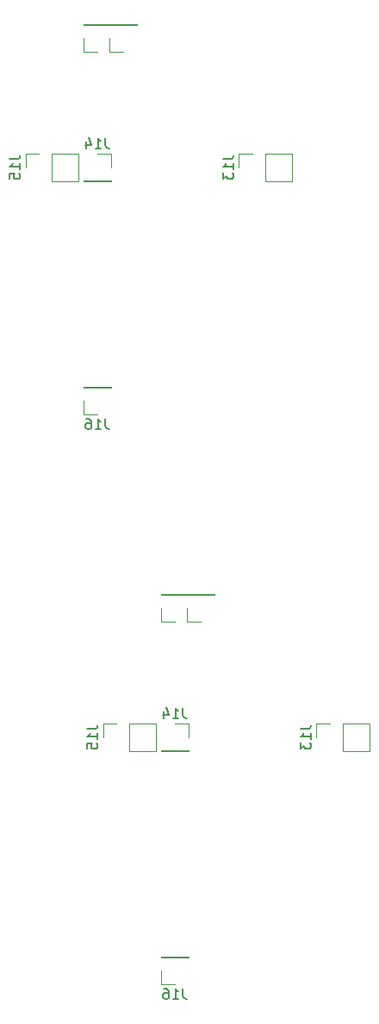
<source format=gbr>
G04 #@! TF.GenerationSoftware,KiCad,Pcbnew,5.0.1*
G04 #@! TF.CreationDate,2018-10-26T18:06:02+02:00*
G04 #@! TF.ProjectId,combine,636F6D62696E652E6B696361645F7063,rev?*
G04 #@! TF.SameCoordinates,Original*
G04 #@! TF.FileFunction,Legend,Bot*
G04 #@! TF.FilePolarity,Positive*
%FSLAX46Y46*%
G04 Gerber Fmt 4.6, Leading zero omitted, Abs format (unit mm)*
G04 Created by KiCad (PCBNEW 5.0.1) date Fri 26 Oct 2018 06:06:02 PM CEST*
%MOMM*%
%LPD*%
G01*
G04 APERTURE LIST*
%ADD10C,0.120000*%
%ADD11C,0.150000*%
G04 APERTURE END LIST*
D10*
G04 #@! TO.C,J18*
X54550000Y-52130000D02*
X55880000Y-52130000D01*
X54550000Y-50800000D02*
X54550000Y-52130000D01*
X54550000Y-49530000D02*
X57210000Y-49530000D01*
X57210000Y-49530000D02*
X57210000Y-49470000D01*
X54550000Y-49530000D02*
X54550000Y-49470000D01*
X54550000Y-49470000D02*
X57210000Y-49470000D01*
G04 #@! TO.C,J17*
X52010000Y-49470000D02*
X54670000Y-49470000D01*
X52010000Y-49530000D02*
X52010000Y-49470000D01*
X54670000Y-49530000D02*
X54670000Y-49470000D01*
X52010000Y-49530000D02*
X54670000Y-49530000D01*
X52010000Y-50800000D02*
X52010000Y-52130000D01*
X52010000Y-52130000D02*
X53340000Y-52130000D01*
G04 #@! TO.C,J16*
X52010000Y-87690000D02*
X53340000Y-87690000D01*
X52010000Y-86360000D02*
X52010000Y-87690000D01*
X52010000Y-85090000D02*
X54670000Y-85090000D01*
X54670000Y-85090000D02*
X54670000Y-85030000D01*
X52010000Y-85090000D02*
X52010000Y-85030000D01*
X52010000Y-85030000D02*
X54670000Y-85030000D01*
G04 #@! TO.C,J14*
X54670000Y-64830000D02*
X52010000Y-64830000D01*
X54670000Y-64770000D02*
X54670000Y-64830000D01*
X52010000Y-64770000D02*
X52010000Y-64830000D01*
X54670000Y-64770000D02*
X52010000Y-64770000D01*
X54670000Y-63500000D02*
X54670000Y-62170000D01*
X54670000Y-62170000D02*
X53340000Y-62170000D01*
G04 #@! TO.C,J15*
X46295000Y-62170000D02*
X46295000Y-63500000D01*
X47625000Y-62170000D02*
X46295000Y-62170000D01*
X48895000Y-62170000D02*
X48895000Y-64830000D01*
X48895000Y-64830000D02*
X51495000Y-64830000D01*
X48895000Y-62170000D02*
X51495000Y-62170000D01*
X51495000Y-62170000D02*
X51495000Y-64830000D01*
G04 #@! TO.C,J13*
X72450000Y-62170000D02*
X72450000Y-64830000D01*
X69850000Y-62170000D02*
X72450000Y-62170000D01*
X69850000Y-64830000D02*
X72450000Y-64830000D01*
X69850000Y-62170000D02*
X69850000Y-64830000D01*
X68580000Y-62170000D02*
X67250000Y-62170000D01*
X67250000Y-62170000D02*
X67250000Y-63500000D01*
G04 #@! TO.C,J18*
X62170000Y-108010000D02*
X63500000Y-108010000D01*
X62170000Y-106680000D02*
X62170000Y-108010000D01*
X62170000Y-105410000D02*
X64830000Y-105410000D01*
X64830000Y-105410000D02*
X64830000Y-105350000D01*
X62170000Y-105410000D02*
X62170000Y-105350000D01*
X62170000Y-105350000D02*
X64830000Y-105350000D01*
G04 #@! TO.C,J17*
X59630000Y-105350000D02*
X62290000Y-105350000D01*
X59630000Y-105410000D02*
X59630000Y-105350000D01*
X62290000Y-105410000D02*
X62290000Y-105350000D01*
X59630000Y-105410000D02*
X62290000Y-105410000D01*
X59630000Y-106680000D02*
X59630000Y-108010000D01*
X59630000Y-108010000D02*
X60960000Y-108010000D01*
G04 #@! TO.C,J16*
X59630000Y-143570000D02*
X60960000Y-143570000D01*
X59630000Y-142240000D02*
X59630000Y-143570000D01*
X59630000Y-140970000D02*
X62290000Y-140970000D01*
X62290000Y-140970000D02*
X62290000Y-140910000D01*
X59630000Y-140970000D02*
X59630000Y-140910000D01*
X59630000Y-140910000D02*
X62290000Y-140910000D01*
G04 #@! TO.C,J14*
X62290000Y-120710000D02*
X59630000Y-120710000D01*
X62290000Y-120650000D02*
X62290000Y-120710000D01*
X59630000Y-120650000D02*
X59630000Y-120710000D01*
X62290000Y-120650000D02*
X59630000Y-120650000D01*
X62290000Y-119380000D02*
X62290000Y-118050000D01*
X62290000Y-118050000D02*
X60960000Y-118050000D01*
G04 #@! TO.C,J15*
X53915000Y-118050000D02*
X53915000Y-119380000D01*
X55245000Y-118050000D02*
X53915000Y-118050000D01*
X56515000Y-118050000D02*
X56515000Y-120710000D01*
X56515000Y-120710000D02*
X59115000Y-120710000D01*
X56515000Y-118050000D02*
X59115000Y-118050000D01*
X59115000Y-118050000D02*
X59115000Y-120710000D01*
G04 #@! TO.C,J13*
X80070000Y-118050000D02*
X80070000Y-120710000D01*
X77470000Y-118050000D02*
X80070000Y-118050000D01*
X77470000Y-120710000D02*
X80070000Y-120710000D01*
X77470000Y-118050000D02*
X77470000Y-120710000D01*
X76200000Y-118050000D02*
X74870000Y-118050000D01*
X74870000Y-118050000D02*
X74870000Y-119380000D01*
G04 #@! TO.C,J16*
D11*
X54149523Y-88142380D02*
X54149523Y-88856666D01*
X54197142Y-88999523D01*
X54292380Y-89094761D01*
X54435238Y-89142380D01*
X54530476Y-89142380D01*
X53149523Y-89142380D02*
X53720952Y-89142380D01*
X53435238Y-89142380D02*
X53435238Y-88142380D01*
X53530476Y-88285238D01*
X53625714Y-88380476D01*
X53720952Y-88428095D01*
X52292380Y-88142380D02*
X52482857Y-88142380D01*
X52578095Y-88190000D01*
X52625714Y-88237619D01*
X52720952Y-88380476D01*
X52768571Y-88570952D01*
X52768571Y-88951904D01*
X52720952Y-89047142D01*
X52673333Y-89094761D01*
X52578095Y-89142380D01*
X52387619Y-89142380D01*
X52292380Y-89094761D01*
X52244761Y-89047142D01*
X52197142Y-88951904D01*
X52197142Y-88713809D01*
X52244761Y-88618571D01*
X52292380Y-88570952D01*
X52387619Y-88523333D01*
X52578095Y-88523333D01*
X52673333Y-88570952D01*
X52720952Y-88618571D01*
X52768571Y-88713809D01*
G04 #@! TO.C,J14*
X54149523Y-60622380D02*
X54149523Y-61336666D01*
X54197142Y-61479523D01*
X54292380Y-61574761D01*
X54435238Y-61622380D01*
X54530476Y-61622380D01*
X53149523Y-61622380D02*
X53720952Y-61622380D01*
X53435238Y-61622380D02*
X53435238Y-60622380D01*
X53530476Y-60765238D01*
X53625714Y-60860476D01*
X53720952Y-60908095D01*
X52292380Y-60955714D02*
X52292380Y-61622380D01*
X52530476Y-60574761D02*
X52768571Y-61289047D01*
X52149523Y-61289047D01*
G04 #@! TO.C,J15*
X44747380Y-62690476D02*
X45461666Y-62690476D01*
X45604523Y-62642857D01*
X45699761Y-62547619D01*
X45747380Y-62404761D01*
X45747380Y-62309523D01*
X45747380Y-63690476D02*
X45747380Y-63119047D01*
X45747380Y-63404761D02*
X44747380Y-63404761D01*
X44890238Y-63309523D01*
X44985476Y-63214285D01*
X45033095Y-63119047D01*
X44747380Y-64595238D02*
X44747380Y-64119047D01*
X45223571Y-64071428D01*
X45175952Y-64119047D01*
X45128333Y-64214285D01*
X45128333Y-64452380D01*
X45175952Y-64547619D01*
X45223571Y-64595238D01*
X45318809Y-64642857D01*
X45556904Y-64642857D01*
X45652142Y-64595238D01*
X45699761Y-64547619D01*
X45747380Y-64452380D01*
X45747380Y-64214285D01*
X45699761Y-64119047D01*
X45652142Y-64071428D01*
G04 #@! TO.C,J13*
X65702380Y-62690476D02*
X66416666Y-62690476D01*
X66559523Y-62642857D01*
X66654761Y-62547619D01*
X66702380Y-62404761D01*
X66702380Y-62309523D01*
X66702380Y-63690476D02*
X66702380Y-63119047D01*
X66702380Y-63404761D02*
X65702380Y-63404761D01*
X65845238Y-63309523D01*
X65940476Y-63214285D01*
X65988095Y-63119047D01*
X65702380Y-64023809D02*
X65702380Y-64642857D01*
X66083333Y-64309523D01*
X66083333Y-64452380D01*
X66130952Y-64547619D01*
X66178571Y-64595238D01*
X66273809Y-64642857D01*
X66511904Y-64642857D01*
X66607142Y-64595238D01*
X66654761Y-64547619D01*
X66702380Y-64452380D01*
X66702380Y-64166666D01*
X66654761Y-64071428D01*
X66607142Y-64023809D01*
G04 #@! TO.C,J16*
X61769523Y-144022380D02*
X61769523Y-144736666D01*
X61817142Y-144879523D01*
X61912380Y-144974761D01*
X62055238Y-145022380D01*
X62150476Y-145022380D01*
X60769523Y-145022380D02*
X61340952Y-145022380D01*
X61055238Y-145022380D02*
X61055238Y-144022380D01*
X61150476Y-144165238D01*
X61245714Y-144260476D01*
X61340952Y-144308095D01*
X59912380Y-144022380D02*
X60102857Y-144022380D01*
X60198095Y-144070000D01*
X60245714Y-144117619D01*
X60340952Y-144260476D01*
X60388571Y-144450952D01*
X60388571Y-144831904D01*
X60340952Y-144927142D01*
X60293333Y-144974761D01*
X60198095Y-145022380D01*
X60007619Y-145022380D01*
X59912380Y-144974761D01*
X59864761Y-144927142D01*
X59817142Y-144831904D01*
X59817142Y-144593809D01*
X59864761Y-144498571D01*
X59912380Y-144450952D01*
X60007619Y-144403333D01*
X60198095Y-144403333D01*
X60293333Y-144450952D01*
X60340952Y-144498571D01*
X60388571Y-144593809D01*
G04 #@! TO.C,J14*
X61769523Y-116502380D02*
X61769523Y-117216666D01*
X61817142Y-117359523D01*
X61912380Y-117454761D01*
X62055238Y-117502380D01*
X62150476Y-117502380D01*
X60769523Y-117502380D02*
X61340952Y-117502380D01*
X61055238Y-117502380D02*
X61055238Y-116502380D01*
X61150476Y-116645238D01*
X61245714Y-116740476D01*
X61340952Y-116788095D01*
X59912380Y-116835714D02*
X59912380Y-117502380D01*
X60150476Y-116454761D02*
X60388571Y-117169047D01*
X59769523Y-117169047D01*
G04 #@! TO.C,J15*
X52367380Y-118570476D02*
X53081666Y-118570476D01*
X53224523Y-118522857D01*
X53319761Y-118427619D01*
X53367380Y-118284761D01*
X53367380Y-118189523D01*
X53367380Y-119570476D02*
X53367380Y-118999047D01*
X53367380Y-119284761D02*
X52367380Y-119284761D01*
X52510238Y-119189523D01*
X52605476Y-119094285D01*
X52653095Y-118999047D01*
X52367380Y-120475238D02*
X52367380Y-119999047D01*
X52843571Y-119951428D01*
X52795952Y-119999047D01*
X52748333Y-120094285D01*
X52748333Y-120332380D01*
X52795952Y-120427619D01*
X52843571Y-120475238D01*
X52938809Y-120522857D01*
X53176904Y-120522857D01*
X53272142Y-120475238D01*
X53319761Y-120427619D01*
X53367380Y-120332380D01*
X53367380Y-120094285D01*
X53319761Y-119999047D01*
X53272142Y-119951428D01*
G04 #@! TO.C,J13*
X73322380Y-118570476D02*
X74036666Y-118570476D01*
X74179523Y-118522857D01*
X74274761Y-118427619D01*
X74322380Y-118284761D01*
X74322380Y-118189523D01*
X74322380Y-119570476D02*
X74322380Y-118999047D01*
X74322380Y-119284761D02*
X73322380Y-119284761D01*
X73465238Y-119189523D01*
X73560476Y-119094285D01*
X73608095Y-118999047D01*
X73322380Y-119903809D02*
X73322380Y-120522857D01*
X73703333Y-120189523D01*
X73703333Y-120332380D01*
X73750952Y-120427619D01*
X73798571Y-120475238D01*
X73893809Y-120522857D01*
X74131904Y-120522857D01*
X74227142Y-120475238D01*
X74274761Y-120427619D01*
X74322380Y-120332380D01*
X74322380Y-120046666D01*
X74274761Y-119951428D01*
X74227142Y-119903809D01*
G04 #@! TD*
M02*

</source>
